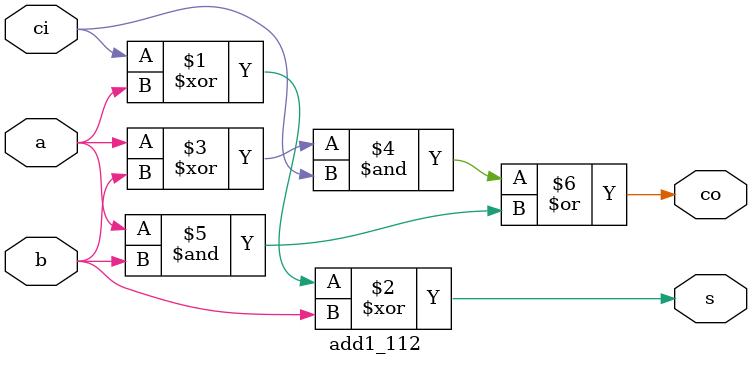
<source format=v>
module add1_112(a, b, ci, s, co);

input a, b, ci;
output s, co;

assign s = ci ^ a ^ b;
assign co = (a ^ b) & ci | a & b;

endmodule
</source>
